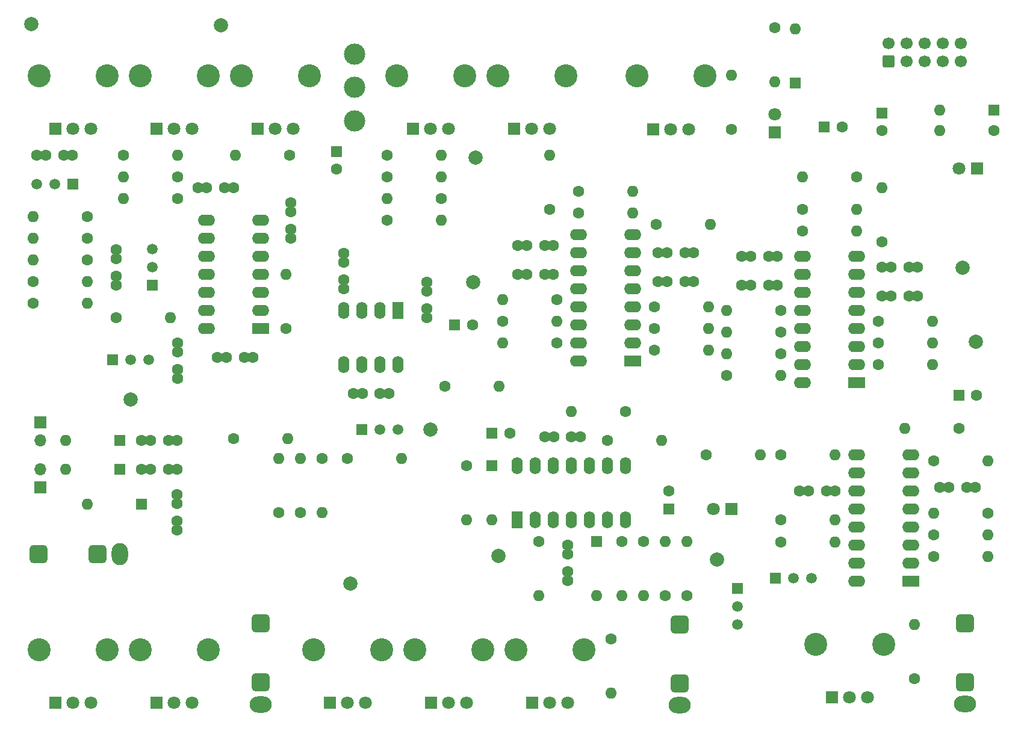
<source format=gbs>
%TF.GenerationSoftware,KiCad,Pcbnew,(6.0.0-0)*%
%TF.CreationDate,2022-04-11T21:10:03+01:00*%
%TF.ProjectId,bcm-drum-synth,62636d2d-6472-4756-9d2d-73796e74682e,r01*%
%TF.SameCoordinates,Original*%
%TF.FileFunction,Soldermask,Bot*%
%TF.FilePolarity,Negative*%
%FSLAX46Y46*%
G04 Gerber Fmt 4.6, Leading zero omitted, Abs format (unit mm)*
G04 Created by KiCad (PCBNEW (6.0.0-0)) date 2022-04-11 21:10:03*
%MOMM*%
%LPD*%
G01*
G04 APERTURE LIST*
G04 Aperture macros list*
%AMRoundRect*
0 Rectangle with rounded corners*
0 $1 Rounding radius*
0 $2 $3 $4 $5 $6 $7 $8 $9 X,Y pos of 4 corners*
0 Add a 4 corners polygon primitive as box body*
4,1,4,$2,$3,$4,$5,$6,$7,$8,$9,$2,$3,0*
0 Add four circle primitives for the rounded corners*
1,1,$1+$1,$2,$3*
1,1,$1+$1,$4,$5*
1,1,$1+$1,$6,$7*
1,1,$1+$1,$8,$9*
0 Add four rect primitives between the rounded corners*
20,1,$1+$1,$2,$3,$4,$5,0*
20,1,$1+$1,$4,$5,$6,$7,0*
20,1,$1+$1,$6,$7,$8,$9,0*
20,1,$1+$1,$8,$9,$2,$3,0*%
G04 Aperture macros list end*
%ADD10C,1.600000*%
%ADD11O,1.600000X1.600000*%
%ADD12C,2.000000*%
%ADD13C,3.240000*%
%ADD14R,1.800000X1.800000*%
%ADD15C,1.800000*%
%ADD16R,1.500000X1.500000*%
%ADD17C,1.500000*%
%ADD18R,1.600000X1.600000*%
%ADD19C,3.000000*%
%ADD20R,2.400000X1.600000*%
%ADD21O,2.400000X1.600000*%
%ADD22R,1.700000X1.700000*%
%ADD23O,1.700000X1.700000*%
%ADD24O,3.100000X2.300000*%
%ADD25RoundRect,0.650000X-0.650000X-0.650000X0.650000X-0.650000X0.650000X0.650000X-0.650000X0.650000X0*%
%ADD26R,1.600000X2.400000*%
%ADD27O,1.600000X2.400000*%
%ADD28O,2.300000X3.100000*%
%ADD29RoundRect,0.650000X0.650000X-0.650000X0.650000X0.650000X-0.650000X0.650000X-0.650000X-0.650000X0*%
%ADD30RoundRect,0.250000X0.600000X-0.600000X0.600000X0.600000X-0.600000X0.600000X-0.600000X-0.600000X0*%
%ADD31C,1.700000*%
G04 APERTURE END LIST*
D10*
%TO.C,R62*%
X176784000Y-115824000D03*
D11*
X176784000Y-108204000D03*
%TD*%
D10*
%TO.C,C16*%
X145716000Y-55880000D03*
X144466000Y-55880000D03*
X140716000Y-55880000D03*
X141966000Y-55880000D03*
%TD*%
%TO.C,R50*%
X171704000Y-65532000D03*
D11*
X179324000Y-65532000D03*
%TD*%
D10*
%TO.C,R59*%
X168656000Y-45212000D03*
D11*
X161036000Y-45212000D03*
%TD*%
D10*
%TO.C,R46*%
X171704000Y-71628000D03*
D11*
X179324000Y-71628000D03*
%TD*%
D12*
%TO.C,TP10*%
X183515000Y-58039000D03*
%TD*%
D10*
%TO.C,C28*%
X128016000Y-97028000D03*
X128016000Y-98278000D03*
X128016000Y-102028000D03*
X128016000Y-100778000D03*
%TD*%
%TO.C,C17*%
X175962000Y-57912000D03*
X177212000Y-57912000D03*
X173462000Y-57912000D03*
X172212000Y-57912000D03*
%TD*%
%TO.C,R12*%
X110236000Y-48260000D03*
D11*
X102616000Y-48260000D03*
%TD*%
D10*
%TO.C,R45*%
X140208000Y-69596000D03*
D11*
X147828000Y-69596000D03*
%TD*%
D13*
%TO.C,RV2*%
X77444000Y-30988000D03*
X67844000Y-30988000D03*
D14*
X70144000Y-38488000D03*
D15*
X72644000Y-38488000D03*
X75144000Y-38488000D03*
%TD*%
D10*
%TO.C,R15*%
X88392000Y-66548000D03*
D11*
X88392000Y-58928000D03*
%TD*%
D10*
%TO.C,C4*%
X69322000Y-86360000D03*
X68072000Y-86360000D03*
X73072000Y-86360000D03*
X71822000Y-86360000D03*
%TD*%
%TO.C,C3*%
X89000000Y-50098000D03*
X89000000Y-48848000D03*
X89000000Y-52598000D03*
X89000000Y-53848000D03*
%TD*%
%TO.C,C14*%
X153730000Y-56388000D03*
X152480000Y-56388000D03*
X157480000Y-56388000D03*
X156230000Y-56388000D03*
%TD*%
%TO.C,R56*%
X135636000Y-96520000D03*
D11*
X135636000Y-104140000D03*
%TD*%
D10*
%TO.C,C13*%
X120984000Y-54864000D03*
X122234000Y-54864000D03*
X124734000Y-54864000D03*
X125984000Y-54864000D03*
%TD*%
%TO.C,R57*%
X150368000Y-73152000D03*
D11*
X157988000Y-73152000D03*
%TD*%
D16*
%TO.C,Q4*%
X99060000Y-80772000D03*
D17*
X101600000Y-80772000D03*
X104140000Y-80772000D03*
%TD*%
D10*
%TO.C,R11*%
X88900000Y-42164000D03*
D11*
X81280000Y-42164000D03*
%TD*%
D10*
%TO.C,R48*%
X179451000Y-98679000D03*
D11*
X187071000Y-98679000D03*
%TD*%
D10*
%TO.C,C31*%
X184090000Y-88900000D03*
X185340000Y-88900000D03*
X181590000Y-88900000D03*
X180340000Y-88900000D03*
%TD*%
%TO.C,R52*%
X179451000Y-85217000D03*
D11*
X187071000Y-85217000D03*
%TD*%
D18*
%TO.C,C12*%
X117348000Y-81280000D03*
D10*
X119848000Y-81280000D03*
%TD*%
%TO.C,R8*%
X60452000Y-56896000D03*
D11*
X52832000Y-56896000D03*
%TD*%
D10*
%TO.C,R49*%
X140208000Y-63500000D03*
D11*
X147828000Y-63500000D03*
%TD*%
D10*
%TO.C,R44*%
X123952000Y-96520000D03*
D11*
X123952000Y-104140000D03*
%TD*%
D12*
%TO.C,TP3*%
X79248000Y-23876000D03*
%TD*%
D18*
%TO.C,C18*%
X183007000Y-75946000D03*
D10*
X185507000Y-75946000D03*
%TD*%
D13*
%TO.C,RV6*%
X53620000Y-30988000D03*
X63220000Y-30988000D03*
D14*
X55920000Y-38488000D03*
D15*
X58420000Y-38488000D03*
X60920000Y-38488000D03*
%TD*%
D10*
%TO.C,C25*%
X145716000Y-59944000D03*
X144466000Y-59944000D03*
X141966000Y-59944000D03*
X140716000Y-59944000D03*
%TD*%
D12*
%TO.C,TP5*%
X118237000Y-98552000D03*
%TD*%
D10*
%TO.C,R42*%
X140208000Y-66548000D03*
D11*
X147828000Y-66548000D03*
%TD*%
D13*
%TO.C,RV10*%
X101828000Y-111760000D03*
X92228000Y-111760000D03*
D14*
X94528000Y-119260000D03*
D15*
X97028000Y-119260000D03*
X99528000Y-119260000D03*
%TD*%
D10*
%TO.C,R22*%
X141732000Y-104140000D03*
D11*
X141732000Y-96520000D03*
%TD*%
D10*
%TO.C,R31*%
X126492000Y-62484000D03*
D11*
X118872000Y-62484000D03*
%TD*%
D10*
%TO.C,C19*%
X73152000Y-68580000D03*
X73152000Y-69830000D03*
X73152000Y-73580000D03*
X73152000Y-72330000D03*
%TD*%
D19*
%TO.C,SW1*%
X98018600Y-37340000D03*
X98044000Y-32640000D03*
X98044000Y-27940000D03*
%TD*%
D20*
%TO.C,U1*%
X84836000Y-66548000D03*
D21*
X84836000Y-64008000D03*
X84836000Y-61468000D03*
X84836000Y-58928000D03*
X84836000Y-56388000D03*
X84836000Y-53848000D03*
X84836000Y-51308000D03*
X77216000Y-51308000D03*
X77216000Y-53848000D03*
X77216000Y-56388000D03*
X77216000Y-58928000D03*
X77216000Y-61468000D03*
X77216000Y-64008000D03*
X77216000Y-66548000D03*
%TD*%
D14*
%TO.C,D9*%
X157099000Y-38989000D03*
D15*
X157099000Y-36449000D03*
%TD*%
D13*
%TO.C,RV12*%
X162840000Y-111000000D03*
X172440000Y-111000000D03*
D14*
X165140000Y-118500000D03*
D15*
X167640000Y-118500000D03*
X170140000Y-118500000D03*
%TD*%
D18*
%TO.C,C15*%
X142240000Y-91948000D03*
D10*
X142240000Y-89448000D03*
%TD*%
%TO.C,C7*%
X64516000Y-60452000D03*
X64516000Y-59202000D03*
X64516000Y-55452000D03*
X64516000Y-56702000D03*
%TD*%
%TO.C,R27*%
X157988000Y-67056000D03*
D11*
X150368000Y-67056000D03*
%TD*%
D10*
%TO.C,R2*%
X73152000Y-45212000D03*
D11*
X65532000Y-45212000D03*
%TD*%
D10*
%TO.C,R13*%
X87376000Y-92456000D03*
D11*
X87376000Y-84836000D03*
%TD*%
D12*
%TO.C,TP9*%
X148971000Y-99060000D03*
%TD*%
D10*
%TO.C,C26*%
X156230000Y-60452000D03*
X157480000Y-60452000D03*
X153730000Y-60452000D03*
X152480000Y-60452000D03*
%TD*%
%TO.C,R26*%
X118872000Y-65532000D03*
D11*
X126492000Y-65532000D03*
%TD*%
D22*
%TO.C,J2*%
X53848000Y-79756000D03*
D23*
X53848000Y-82296000D03*
%TD*%
D10*
%TO.C,R38*%
X129540000Y-50292000D03*
D11*
X137160000Y-50292000D03*
%TD*%
D10*
%TO.C,C29*%
X124774000Y-81788000D03*
X126024000Y-81788000D03*
X129774000Y-81788000D03*
X128524000Y-81788000D03*
%TD*%
%TO.C,C11*%
X97850000Y-75692000D03*
X99100000Y-75692000D03*
X101600000Y-75692000D03*
X102850000Y-75692000D03*
%TD*%
%TO.C,R60*%
X151000000Y-38500000D03*
D11*
X151000000Y-30880000D03*
%TD*%
D10*
%TO.C,R41*%
X161000000Y-52832000D03*
D11*
X168620000Y-52832000D03*
%TD*%
D10*
%TO.C,R61*%
X125476000Y-49784000D03*
D11*
X125476000Y-42164000D03*
%TD*%
D16*
%TO.C,Q5*%
X157226000Y-101706000D03*
D17*
X159766000Y-101706000D03*
X162306000Y-101706000D03*
%TD*%
D12*
%TO.C,TP2*%
X115062000Y-42545000D03*
%TD*%
D10*
%TO.C,C24*%
X125984000Y-58928000D03*
X124734000Y-58928000D03*
X120984000Y-58928000D03*
X122234000Y-58928000D03*
%TD*%
%TO.C,R55*%
X172212000Y-54356000D03*
D11*
X172212000Y-46736000D03*
%TD*%
D18*
%TO.C,D5*%
X132080000Y-96520000D03*
D11*
X132080000Y-104140000D03*
%TD*%
D22*
%TO.C,J1*%
X53848000Y-88900000D03*
D23*
X53848000Y-86360000D03*
%TD*%
D24*
%TO.C,J5*%
X143764000Y-119604000D03*
D25*
X143764000Y-108204000D03*
X143764000Y-116504000D03*
%TD*%
D26*
%TO.C,U3*%
X120904000Y-93472000D03*
D27*
X123444000Y-93472000D03*
X125984000Y-93472000D03*
X128524000Y-93472000D03*
X131064000Y-93472000D03*
X133604000Y-93472000D03*
X136144000Y-93472000D03*
X136144000Y-85852000D03*
X133604000Y-85852000D03*
X131064000Y-85852000D03*
X128524000Y-85852000D03*
X125984000Y-85852000D03*
X123444000Y-85852000D03*
X120904000Y-85852000D03*
%TD*%
D10*
%TO.C,R20*%
X134112000Y-110236000D03*
D11*
X134112000Y-117856000D03*
%TD*%
D12*
%TO.C,TP6*%
X114681000Y-60071000D03*
%TD*%
D10*
%TO.C,R4*%
X73152000Y-48260000D03*
D11*
X65532000Y-48260000D03*
%TD*%
D10*
%TO.C,C22*%
X108204000Y-65024000D03*
X108204000Y-63774000D03*
X108204000Y-60024000D03*
X108204000Y-61274000D03*
%TD*%
%TO.C,R28*%
X126492000Y-68580000D03*
D11*
X118872000Y-68580000D03*
%TD*%
D10*
%TO.C,R1*%
X102616000Y-42164000D03*
D11*
X110236000Y-42164000D03*
%TD*%
D13*
%TO.C,RV4*%
X118136000Y-30988000D03*
X127736000Y-30988000D03*
D14*
X120436000Y-38488000D03*
D15*
X122936000Y-38488000D03*
X125436000Y-38488000D03*
%TD*%
D10*
%TO.C,R10*%
X64516000Y-65024000D03*
D11*
X72136000Y-65024000D03*
%TD*%
D10*
%TO.C,C5*%
X69322000Y-82296000D03*
X68072000Y-82296000D03*
X73072000Y-82296000D03*
X71822000Y-82296000D03*
%TD*%
D18*
%TO.C,D4*%
X117348000Y-85852000D03*
D11*
X117348000Y-93472000D03*
%TD*%
D10*
%TO.C,C23*%
X96520000Y-57210000D03*
X96520000Y-55960000D03*
X96520000Y-59710000D03*
X96520000Y-60960000D03*
%TD*%
%TO.C,R43*%
X171704000Y-68580000D03*
D11*
X179324000Y-68580000D03*
%TD*%
D18*
%TO.C,D8*%
X187960000Y-35814000D03*
D11*
X180340000Y-35814000D03*
%TD*%
D10*
%TO.C,R14*%
X65532000Y-42164000D03*
D11*
X73152000Y-42164000D03*
%TD*%
D10*
%TO.C,R18*%
X81026000Y-82042000D03*
D11*
X88646000Y-82042000D03*
%TD*%
D10*
%TO.C,R39*%
X161000000Y-49784000D03*
D11*
X168620000Y-49784000D03*
%TD*%
D10*
%TO.C,R63*%
X157099000Y-24257000D03*
D11*
X157099000Y-31877000D03*
%TD*%
D18*
%TO.C,D7*%
X160020000Y-32004000D03*
D11*
X160020000Y-24384000D03*
%TD*%
D18*
%TO.C,D3*%
X68072000Y-91313000D03*
D11*
X60452000Y-91313000D03*
%TD*%
D10*
%TO.C,R16*%
X102616000Y-51308000D03*
D11*
X110236000Y-51308000D03*
%TD*%
D10*
%TO.C,R6*%
X52832000Y-59944000D03*
D11*
X60452000Y-59944000D03*
%TD*%
D10*
%TO.C,R54*%
X140462000Y-51943000D03*
D11*
X148082000Y-51943000D03*
%TD*%
D28*
%TO.C,J3*%
X64994000Y-98298000D03*
D29*
X53594000Y-98298000D03*
X61894000Y-98298000D03*
%TD*%
D12*
%TO.C,TP7*%
X108712000Y-80772000D03*
%TD*%
D10*
%TO.C,R3*%
X52832000Y-62992000D03*
D11*
X60452000Y-62992000D03*
%TD*%
D20*
%TO.C,U5*%
X168656000Y-74168000D03*
D21*
X168656000Y-71628000D03*
X168656000Y-69088000D03*
X168656000Y-66548000D03*
X168656000Y-64008000D03*
X168656000Y-61468000D03*
X168656000Y-58928000D03*
X168656000Y-56388000D03*
X161036000Y-56388000D03*
X161036000Y-58928000D03*
X161036000Y-61468000D03*
X161036000Y-64008000D03*
X161036000Y-66548000D03*
X161036000Y-69088000D03*
X161036000Y-71628000D03*
X161036000Y-74168000D03*
%TD*%
D10*
%TO.C,R64*%
X187960000Y-38735000D03*
D11*
X180340000Y-38735000D03*
%TD*%
D20*
%TO.C,U4*%
X137160000Y-71120000D03*
D21*
X137160000Y-68580000D03*
X137160000Y-66040000D03*
X137160000Y-63500000D03*
X137160000Y-60960000D03*
X137160000Y-58420000D03*
X137160000Y-55880000D03*
X137160000Y-53340000D03*
X129540000Y-53340000D03*
X129540000Y-55880000D03*
X129540000Y-58420000D03*
X129540000Y-60960000D03*
X129540000Y-63500000D03*
X129540000Y-66040000D03*
X129540000Y-68580000D03*
X129540000Y-71120000D03*
%TD*%
D10*
%TO.C,R32*%
X157988000Y-64008000D03*
D11*
X150368000Y-64008000D03*
%TD*%
D10*
%TO.C,R40*%
X129540000Y-47244000D03*
D11*
X137160000Y-47244000D03*
%TD*%
D13*
%TO.C,RV1*%
X113512000Y-30988000D03*
X103912000Y-30988000D03*
D14*
X106212000Y-38488000D03*
D15*
X108712000Y-38488000D03*
X111212000Y-38488000D03*
%TD*%
D18*
%TO.C,C20*%
X164084000Y-38227000D03*
D10*
X166584000Y-38227000D03*
%TD*%
D14*
%TO.C,D6*%
X151003000Y-91948000D03*
D15*
X148463000Y-91948000D03*
%TD*%
D12*
%TO.C,TP1*%
X66548000Y-76581000D03*
%TD*%
D10*
%TO.C,R17*%
X90424000Y-92456000D03*
D11*
X90424000Y-84836000D03*
%TD*%
D10*
%TO.C,R9*%
X60452000Y-50800000D03*
D11*
X52832000Y-50800000D03*
%TD*%
D12*
%TO.C,TP4*%
X52578000Y-23749000D03*
%TD*%
D13*
%TO.C,RV7*%
X53620000Y-111760000D03*
X63220000Y-111760000D03*
D14*
X55920000Y-119260000D03*
D15*
X58420000Y-119260000D03*
X60920000Y-119260000D03*
%TD*%
D10*
%TO.C,R37*%
X157988000Y-84328000D03*
D11*
X165608000Y-84328000D03*
%TD*%
D10*
%TO.C,C27*%
X175962000Y-61976000D03*
X177212000Y-61976000D03*
X172212000Y-61976000D03*
X173462000Y-61976000D03*
%TD*%
D13*
%TO.C,RV8*%
X130276000Y-111760000D03*
X120676000Y-111760000D03*
D14*
X122976000Y-119260000D03*
D15*
X125476000Y-119260000D03*
X127976000Y-119260000D03*
%TD*%
D10*
%TO.C,R58*%
X183007000Y-80645000D03*
D11*
X175387000Y-80645000D03*
%TD*%
D10*
%TO.C,R24*%
X136144000Y-78232000D03*
D11*
X128524000Y-78232000D03*
%TD*%
D10*
%TO.C,R5*%
X102616000Y-45212000D03*
D11*
X110236000Y-45212000D03*
%TD*%
D24*
%TO.C,J4*%
X84836000Y-119480000D03*
D25*
X84836000Y-108080000D03*
X84836000Y-116380000D03*
%TD*%
D10*
%TO.C,R35*%
X147447000Y-84328000D03*
D11*
X155067000Y-84328000D03*
%TD*%
D26*
%TO.C,U2*%
X104140000Y-64008000D03*
D27*
X101600000Y-64008000D03*
X99060000Y-64008000D03*
X96520000Y-64008000D03*
X96520000Y-71628000D03*
X99060000Y-71628000D03*
X101600000Y-71628000D03*
X104140000Y-71628000D03*
%TD*%
D10*
%TO.C,R25*%
X113792000Y-85852000D03*
D11*
X113792000Y-93472000D03*
%TD*%
D10*
%TO.C,R21*%
X138684000Y-96520000D03*
D11*
X138684000Y-104140000D03*
%TD*%
D30*
%TO.C,J7*%
X173101000Y-28956000D03*
D31*
X173101000Y-26416000D03*
X175641000Y-28956000D03*
X175641000Y-26416000D03*
X178181000Y-28956000D03*
X178181000Y-26416000D03*
X180721000Y-28956000D03*
X180721000Y-26416000D03*
X183261000Y-28956000D03*
X183261000Y-26416000D03*
%TD*%
D20*
%TO.C,U6*%
X176276000Y-102108000D03*
D21*
X176276000Y-99568000D03*
X176276000Y-97028000D03*
X176276000Y-94488000D03*
X176276000Y-91948000D03*
X176276000Y-89408000D03*
X176276000Y-86868000D03*
X176276000Y-84328000D03*
X168656000Y-84328000D03*
X168656000Y-86868000D03*
X168656000Y-89408000D03*
X168656000Y-91948000D03*
X168656000Y-94488000D03*
X168656000Y-97028000D03*
X168656000Y-99568000D03*
X168656000Y-102108000D03*
%TD*%
D12*
%TO.C,TP11*%
X185420000Y-68453000D03*
%TD*%
D13*
%TO.C,RV5*%
X77444000Y-111760000D03*
X67844000Y-111760000D03*
D14*
X70144000Y-119260000D03*
D15*
X72644000Y-119260000D03*
X75144000Y-119260000D03*
%TD*%
D13*
%TO.C,RV9*%
X116052000Y-111760000D03*
X106452000Y-111760000D03*
D14*
X108752000Y-119260000D03*
D15*
X111252000Y-119260000D03*
X113752000Y-119260000D03*
%TD*%
D10*
%TO.C,R53*%
X144780000Y-104140000D03*
D11*
X144780000Y-96520000D03*
%TD*%
D18*
%TO.C,D2*%
X65024000Y-82296000D03*
D11*
X57404000Y-82296000D03*
%TD*%
D14*
%TO.C,D10*%
X185547000Y-44069000D03*
D15*
X183007000Y-44069000D03*
%TD*%
D10*
%TO.C,R29*%
X157988000Y-70104000D03*
D11*
X150368000Y-70104000D03*
%TD*%
D10*
%TO.C,R33*%
X93472000Y-84836000D03*
D11*
X93472000Y-92456000D03*
%TD*%
D13*
%TO.C,RV11*%
X137700000Y-31000000D03*
X147300000Y-31000000D03*
D14*
X140000000Y-38500000D03*
D15*
X142500000Y-38500000D03*
X145000000Y-38500000D03*
%TD*%
D10*
%TO.C,C30*%
X164358000Y-89408000D03*
X165608000Y-89408000D03*
X161858000Y-89408000D03*
X160608000Y-89408000D03*
%TD*%
D16*
%TO.C,Q3*%
X64008000Y-71000000D03*
D17*
X66548000Y-71000000D03*
X69088000Y-71000000D03*
%TD*%
D18*
%TO.C,C2*%
X95504000Y-41656000D03*
D10*
X95504000Y-44156000D03*
%TD*%
%TO.C,R34*%
X157988000Y-93472000D03*
D11*
X165608000Y-93472000D03*
%TD*%
D10*
%TO.C,R47*%
X179451000Y-95631000D03*
D11*
X187071000Y-95631000D03*
%TD*%
D16*
%TO.C,Q1*%
X69596000Y-60452000D03*
D17*
X69596000Y-57912000D03*
X69596000Y-55372000D03*
%TD*%
D10*
%TO.C,R7*%
X60452000Y-53848000D03*
D11*
X52832000Y-53848000D03*
%TD*%
D10*
%TO.C,C1*%
X80966000Y-46736000D03*
X79716000Y-46736000D03*
X77216000Y-46736000D03*
X75966000Y-46736000D03*
%TD*%
D18*
%TO.C,D1*%
X65024000Y-86360000D03*
D11*
X57404000Y-86360000D03*
%TD*%
D10*
%TO.C,R30*%
X133604000Y-82296000D03*
D11*
X141224000Y-82296000D03*
%TD*%
D16*
%TO.C,Q2*%
X58420000Y-46228000D03*
D17*
X55880000Y-46228000D03*
X53340000Y-46228000D03*
%TD*%
D10*
%TO.C,C9*%
X79990000Y-70612000D03*
X78740000Y-70612000D03*
X83740000Y-70612000D03*
X82490000Y-70612000D03*
%TD*%
D24*
%TO.C,J6*%
X183896000Y-119416000D03*
D25*
X183896000Y-108016000D03*
X183896000Y-116316000D03*
%TD*%
D16*
%TO.C,Q6*%
X151892000Y-103124000D03*
D17*
X151892000Y-105664000D03*
X151892000Y-108204000D03*
%TD*%
D10*
%TO.C,R36*%
X157988000Y-96647000D03*
D11*
X165608000Y-96647000D03*
%TD*%
D10*
%TO.C,C8*%
X54590000Y-42164000D03*
X53340000Y-42164000D03*
X57090000Y-42164000D03*
X58340000Y-42164000D03*
%TD*%
%TO.C,R23*%
X110744000Y-74676000D03*
D11*
X118364000Y-74676000D03*
%TD*%
D10*
%TO.C,R51*%
X187071000Y-92583000D03*
D11*
X179451000Y-92583000D03*
%TD*%
D13*
%TO.C,RV3*%
X82068000Y-30988000D03*
X91668000Y-30988000D03*
D14*
X84368000Y-38488000D03*
D15*
X86868000Y-38488000D03*
X89368000Y-38488000D03*
%TD*%
D12*
%TO.C,TP8*%
X97409000Y-102489000D03*
%TD*%
D18*
%TO.C,C10*%
X112078888Y-66040000D03*
D10*
X114578888Y-66040000D03*
%TD*%
%TO.C,C6*%
X73025000Y-93666000D03*
X73025000Y-94916000D03*
X73025000Y-91166000D03*
X73025000Y-89916000D03*
%TD*%
%TO.C,R19*%
X97028000Y-84836000D03*
D11*
X104648000Y-84836000D03*
%TD*%
D18*
%TO.C,C21*%
X172212000Y-36235000D03*
D10*
X172212000Y-38735000D03*
%TD*%
M02*

</source>
